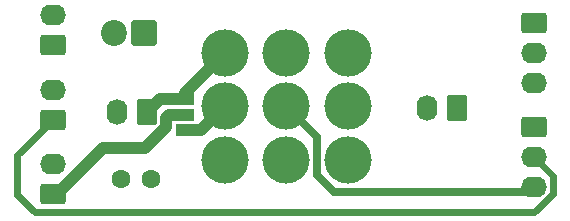
<source format=gbr>
%TF.GenerationSoftware,KiCad,Pcbnew,9.0.0*%
%TF.CreationDate,2025-08-04T16:21:27+01:00*%
%TF.ProjectId,FootSw,466f6f74-5377-42e6-9b69-6361645f7063,V1.3*%
%TF.SameCoordinates,Original*%
%TF.FileFunction,Copper,L1,Top*%
%TF.FilePolarity,Positive*%
%FSLAX46Y46*%
G04 Gerber Fmt 4.6, Leading zero omitted, Abs format (unit mm)*
G04 Created by KiCad (PCBNEW 9.0.0) date 2025-08-04 16:21:27*
%MOMM*%
%LPD*%
G01*
G04 APERTURE LIST*
G04 Aperture macros list*
%AMRoundRect*
0 Rectangle with rounded corners*
0 $1 Rounding radius*
0 $2 $3 $4 $5 $6 $7 $8 $9 X,Y pos of 4 corners*
0 Add a 4 corners polygon primitive as box body*
4,1,4,$2,$3,$4,$5,$6,$7,$8,$9,$2,$3,0*
0 Add four circle primitives for the rounded corners*
1,1,$1+$1,$2,$3*
1,1,$1+$1,$4,$5*
1,1,$1+$1,$6,$7*
1,1,$1+$1,$8,$9*
0 Add four rect primitives between the rounded corners*
20,1,$1+$1,$2,$3,$4,$5,0*
20,1,$1+$1,$4,$5,$6,$7,0*
20,1,$1+$1,$6,$7,$8,$9,0*
20,1,$1+$1,$8,$9,$2,$3,0*%
G04 Aperture macros list end*
%TA.AperFunction,ComponentPad*%
%ADD10RoundRect,0.250000X0.620000X0.845000X-0.620000X0.845000X-0.620000X-0.845000X0.620000X-0.845000X0*%
%TD*%
%TA.AperFunction,ComponentPad*%
%ADD11O,1.740000X2.190000*%
%TD*%
%TA.AperFunction,ComponentPad*%
%ADD12RoundRect,0.250000X0.845000X-0.620000X0.845000X0.620000X-0.845000X0.620000X-0.845000X-0.620000X0*%
%TD*%
%TA.AperFunction,ComponentPad*%
%ADD13O,2.190000X1.740000*%
%TD*%
%TA.AperFunction,ComponentPad*%
%ADD14RoundRect,0.249999X0.850001X0.850001X-0.850001X0.850001X-0.850001X-0.850001X0.850001X-0.850001X0*%
%TD*%
%TA.AperFunction,ComponentPad*%
%ADD15C,2.200000*%
%TD*%
%TA.AperFunction,SMDPad,CuDef*%
%ADD16R,1.500000X1.000000*%
%TD*%
%TA.AperFunction,ComponentPad*%
%ADD17C,4.000000*%
%TD*%
%TA.AperFunction,ComponentPad*%
%ADD18RoundRect,0.250000X-0.845000X0.620000X-0.845000X-0.620000X0.845000X-0.620000X0.845000X0.620000X0*%
%TD*%
%TA.AperFunction,ComponentPad*%
%ADD19C,1.600000*%
%TD*%
%TA.AperFunction,Conductor*%
%ADD20C,1.000000*%
%TD*%
%TA.AperFunction,Conductor*%
%ADD21C,0.700000*%
%TD*%
%TA.AperFunction,Conductor*%
%ADD22C,0.600000*%
%TD*%
G04 APERTURE END LIST*
D10*
%TO.P,J5,1,Pin_1*%
%TO.N,Net-(J5-Pin_1)*%
X67500000Y-59500000D03*
D11*
%TO.P,J5,2,Pin_2*%
%TO.N,Net-(J5-Pin_2)*%
X64960000Y-59500000D03*
%TD*%
D12*
%TO.P,J8,1,Pin_1*%
%TO.N,Net-(J8-Pin_1)*%
X59500000Y-66440000D03*
D13*
%TO.P,J8,2,Pin_2*%
%TO.N,Net-(D2-K)*%
X59500000Y-63900000D03*
%TD*%
D14*
%TO.P,D2,1,K*%
%TO.N,Net-(D2-K)*%
X67250000Y-52750000D03*
D15*
%TO.P,D2,2,A*%
%TO.N,Net-(D2-A)*%
X64710000Y-52750000D03*
%TD*%
D16*
%TO.P,JP1,1,A*%
%TO.N,GND*%
X70700000Y-61000000D03*
%TO.P,JP1,2,C*%
%TO.N,Net-(J8-Pin_1)*%
X70700000Y-59700000D03*
%TO.P,JP1,3,B*%
%TO.N,Net-(J5-Pin_1)*%
X70700000Y-58400000D03*
%TD*%
D17*
%TO.P,SW1,A1,A*%
%TO.N,Net-(J5-Pin_1)*%
X74100000Y-54500000D03*
%TO.P,SW1,A2,B*%
%TO.N,GND*%
X74100000Y-59000000D03*
%TO.P,SW1,A3,C*%
%TO.N,unconnected-(SW1-C-PadA3)*%
X74100000Y-63500000D03*
%TO.P,SW1,B1,A*%
%TO.N,Net-(J7-Pin_2)*%
X79300000Y-54500000D03*
%TO.P,SW1,B2,B*%
%TO.N,Net-(J1-Pin_3)*%
X79300000Y-59000000D03*
%TO.P,SW1,B3,C*%
%TO.N,Net-(SW1-C-PadB3)*%
X79300000Y-63500000D03*
%TO.P,SW1,C1,A*%
%TO.N,Net-(J7-Pin_3)*%
X84500000Y-54500000D03*
%TO.P,SW1,C2,B*%
%TO.N,Net-(J2-Pin_2)*%
X84500000Y-59000000D03*
%TO.P,SW1,C3,C*%
%TO.N,Net-(SW1-C-PadB3)*%
X84500000Y-63500000D03*
%TD*%
D12*
%TO.P,J9,1,Pin_1*%
%TO.N,Net-(J1-Pin_2)*%
X59500000Y-60140000D03*
D13*
%TO.P,J9,2,Pin_2*%
%TO.N,Net-(D2-A)*%
X59500000Y-57600000D03*
%TD*%
D18*
%TO.P,J7,1,Pin_1*%
%TO.N,GND*%
X100250000Y-51920000D03*
D13*
%TO.P,J7,2,Pin_2*%
%TO.N,Net-(J7-Pin_2)*%
X100250000Y-54460000D03*
%TO.P,J7,3,Pin_3*%
%TO.N,Net-(J7-Pin_3)*%
X100250000Y-57000000D03*
%TD*%
D10*
%TO.P,J2,1,Pin_1*%
%TO.N,GND*%
X93750000Y-59170000D03*
D11*
%TO.P,J2,2,Pin_2*%
%TO.N,Net-(J2-Pin_2)*%
X91210000Y-59170000D03*
%TD*%
D12*
%TO.P,J4,1,Pin_1*%
%TO.N,Net-(J1-Pin_2)*%
X59500000Y-53800000D03*
D13*
%TO.P,J4,2,Pin_2*%
%TO.N,Net-(D2-K)*%
X59500000Y-51260000D03*
%TD*%
D19*
%TO.P,R1,1*%
%TO.N,Net-(D2-K)*%
X65255000Y-65100000D03*
%TO.P,R1,2*%
%TO.N,Net-(J5-Pin_2)*%
X67795000Y-65100000D03*
%TD*%
D18*
%TO.P,J1,1,Pin_1*%
%TO.N,GND*%
X100250000Y-60750000D03*
D13*
%TO.P,J1,2,Pin_2*%
%TO.N,Net-(J1-Pin_2)*%
X100250000Y-63290000D03*
%TO.P,J1,3,Pin_3*%
%TO.N,Net-(J1-Pin_3)*%
X100250000Y-65830000D03*
%TD*%
D20*
%TO.N,GND*%
X72100000Y-61000000D02*
X74100000Y-59000000D01*
X70700000Y-61000000D02*
X72100000Y-61000000D01*
%TO.N,Net-(J5-Pin_1)*%
X70700000Y-57900000D02*
X74100000Y-54500000D01*
X68600000Y-58400000D02*
X67500000Y-59500000D01*
X70700000Y-58400000D02*
X70700000Y-57900000D01*
X70700000Y-58400000D02*
X68600000Y-58400000D01*
D21*
%TO.N,Net-(J1-Pin_3)*%
X81900000Y-61600000D02*
X81900000Y-64800000D01*
X79300000Y-59000000D02*
X81900000Y-61600000D01*
X99880000Y-66200000D02*
X100250000Y-65830000D01*
X81900000Y-64800000D02*
X83300000Y-66200000D01*
X83300000Y-66200000D02*
X99880000Y-66200000D01*
D22*
%TO.N,Net-(J1-Pin_2)*%
X56500000Y-63140000D02*
X56500000Y-66475000D01*
X100294887Y-67949000D02*
X101846000Y-66397887D01*
X56500000Y-66475000D02*
X57974000Y-67949000D01*
X59500000Y-60140000D02*
X56500000Y-63140000D01*
X101846000Y-66397887D02*
X101846000Y-64886000D01*
X57974000Y-67949000D02*
X100294887Y-67949000D01*
X101846000Y-64886000D02*
X100250000Y-63290000D01*
D20*
%TO.N,Net-(J8-Pin_1)*%
X69348000Y-59700000D02*
X69071000Y-59977000D01*
X67316844Y-62500000D02*
X63750000Y-62500000D01*
X70700000Y-59700000D02*
X69348000Y-59700000D01*
X63750000Y-62500000D02*
X59500000Y-66750000D01*
X69071000Y-60745844D02*
X67316844Y-62500000D01*
X69071000Y-59977000D02*
X69071000Y-60745844D01*
%TD*%
M02*

</source>
